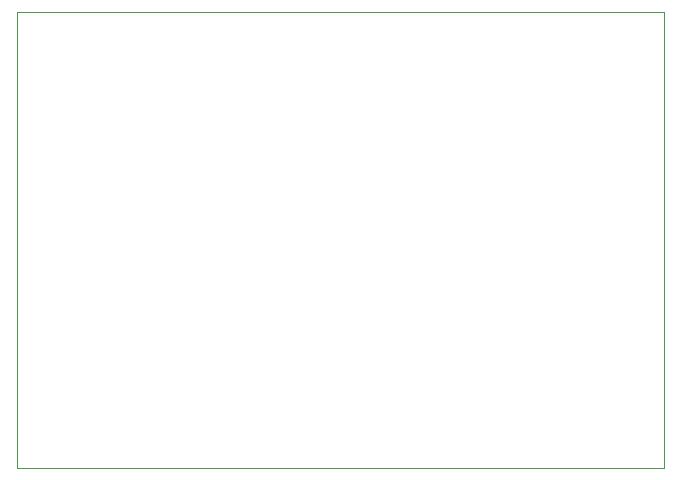
<source format=gbr>
G04 (created by PCBNEW (2013-may-18)-stable) date Tue Feb  3 23:34:43 2015*
%MOIN*%
G04 Gerber Fmt 3.4, Leading zero omitted, Abs format*
%FSLAX34Y34*%
G01*
G70*
G90*
G04 APERTURE LIST*
%ADD10C,0.00590551*%
%ADD11C,0.00393701*%
G04 APERTURE END LIST*
G54D10*
G54D11*
X132913Y-97165D02*
X132913Y-81968D01*
X154488Y-97165D02*
X132913Y-97165D01*
X154488Y-97007D02*
X154488Y-97165D01*
X154488Y-81968D02*
X154488Y-97007D01*
X132913Y-81968D02*
X154488Y-81968D01*
M02*

</source>
